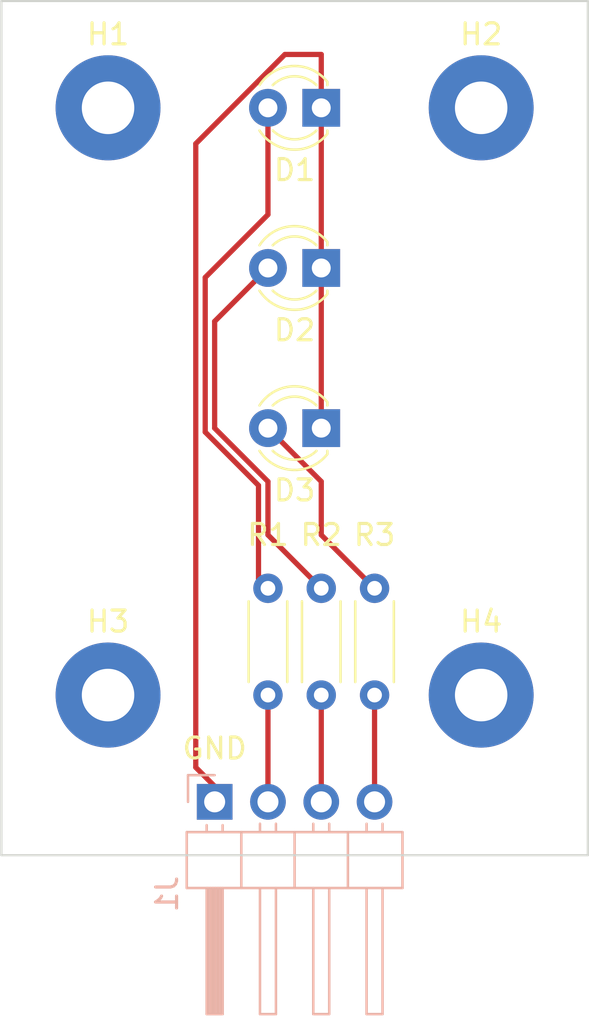
<source format=kicad_pcb>
(kicad_pcb (version 20211014) (generator pcbnew)
  (layers (0 "F.Cu" signal) (31 "B.Cu" signal) (34 "B.Paste" user) (35 "F.Paste" user) (36 "B.SilkS" user "B.Silkscreen") (37 "F.SilkS" user "F.Silkscreen") (38 "B.Mask" user) (39 "F.Mask" user) (44 "Edge.Cuts" user))
  (net 0 "")
  (net 1 "Net-(D1-Pad1)")
  (net 2 "Net-(D1-Pad2)")
  (net 3 "Net-(D2-Pad2)")
  (net 4 "Net-(D3-Pad2)")
  (net 5 "Net-(J1-Pad3)")
  (net 6 "Net-(R1-Pad2)")
  (net 7 "Net-(J1-Pad4)")
  (footprint "LED_THT:LED_D3.0mm" (layer "F.Cu") (at 157.48 83.82 180)
    (fp_text reference "D2" (at 1.27 -2.96) (layer "F.SilkS"))
    (fp_text value "LED")
    (fp_line (start -0.29 1.08) (end -0.29 1.236) (layer "F.SilkS") (width 0.12))
    (fp_line (start -0.29 -1.236) (end -0.29 -1.08) (layer "F.SilkS") (width 0.12))
    (fp_arc (start -0.29 -1.235516) (mid 1.366487 -1.987659) (end 2.942335 -1.078608) (layer "F.SilkS") (width 0.12))
    (fp_arc (start 0.229039 -1.08) (mid 1.270117 -1.5) (end 2.31113 -1.079837) (layer "F.SilkS") (width 0.12))
    (fp_arc (start 2.31113 1.079837) (mid 1.270117 1.5) (end 0.229039 1.08) (layer "F.SilkS") (width 0.12))
    (fp_arc (start 2.942335 1.078608) (mid 1.366487 1.987659) (end -0.29 1.235516) (layer "F.SilkS") (width 0.12))
    (pad "1" thru_hole rect (at 0 0 180) (size 1.8 1.8) (drill 0.9) (layers *.Cu *.Mask) (net 1 "Net-(D1-Pad1)"))
    (pad "2" thru_hole circle (at 2.54 0 180) (size 1.8 1.8) (drill 0.9) (layers *.Cu *.Mask) (net 3 "Net-(D2-Pad2)"))
  )
  (footprint "Resistor_THT:R_Axial_DIN0204_L3.6mm_D1.6mm_P5.08mm_Horizontal" (layer "F.Cu") (at 154.94 99.06 -90)
    (fp_text reference "R1" (at -2.54 0) (layer "F.SilkS"))
    (fp_text value "R")
    (fp_line (start 0.62 0.92) (end 4.46 0.92) (layer "F.SilkS") (width 0.12))
    (fp_line (start 0.62 -0.92) (end 4.46 -0.92) (layer "F.SilkS") (width 0.12))
    (pad "1" thru_hole circle (at 0 0 270) (size 1.4 1.4) (drill 0.7) (layers *.Cu *.Mask) (net 2 "Net-(D1-Pad2)"))
    (pad "2" thru_hole oval (at 5.08 0 270) (size 1.4 1.4) (drill 0.7) (layers *.Cu *.Mask) (net 6 "Net-(R1-Pad2)"))
  )
  (footprint "MountingHole:MountingHole_2.5mm_Pad" (layer "F.Cu") (at 165.1 76.2)
    (fp_text reference "H2" (at 0 -3.5) (layer "F.SilkS"))
    (fp_text value "MountingHole")
    (pad "1" thru_hole circle (at 0 0) (size 5 5) (drill 2.5) (layers *.Cu *.Mask))
  )
  (footprint "LED_THT:LED_D3.0mm" (layer "F.Cu") (at 157.48 91.44 180)
    (fp_text reference "D3" (at 1.27 -2.96) (layer "F.SilkS"))
    (fp_text value "LED")
    (fp_line (start -0.29 1.08) (end -0.29 1.236) (layer "F.SilkS") (width 0.12))
    (fp_line (start -0.29 -1.236) (end -0.29 -1.08) (layer "F.SilkS") (width 0.12))
    (fp_arc (start -0.29 -1.235516) (mid 1.366487 -1.987659) (end 2.942335 -1.078608) (layer "F.SilkS") (width 0.12))
    (fp_arc (start 0.229039 -1.08) (mid 1.270117 -1.5) (end 2.31113 -1.079837) (layer "F.SilkS") (width 0.12))
    (fp_arc (start 2.31113 1.079837) (mid 1.270117 1.5) (end 0.229039 1.08) (layer "F.SilkS") (width 0.12))
    (fp_arc (start 2.942335 1.078608) (mid 1.366487 1.987659) (end -0.29 1.235516) (layer "F.SilkS") (width 0.12))
    (pad "1" thru_hole rect (at 0 0 180) (size 1.8 1.8) (drill 0.9) (layers *.Cu *.Mask) (net 1 "Net-(D1-Pad1)"))
    (pad "2" thru_hole circle (at 2.54 0 180) (size 1.8 1.8) (drill 0.9) (layers *.Cu *.Mask) (net 4 "Net-(D3-Pad2)"))
  )
  (footprint "MountingHole:MountingHole_2.5mm_Pad" (layer "F.Cu") (at 147.32 104.14)
    (fp_text reference "H3" (at 0 -3.5) (layer "F.SilkS"))
    (fp_text value "MountingHole")
    (pad "1" thru_hole circle (at 0 0) (size 5 5) (drill 2.5) (layers *.Cu *.Mask))
  )
  (footprint "Resistor_THT:R_Axial_DIN0204_L3.6mm_D1.6mm_P5.08mm_Horizontal" (layer "F.Cu") (at 160.02 99.06 -90)
    (fp_text reference "R3" (at -2.54 0) (layer "F.SilkS"))
    (fp_text value "R")
    (fp_line (start 0.62 -0.92) (end 4.46 -0.92) (layer "F.SilkS") (width 0.12))
    (fp_line (start 0.62 0.92) (end 4.46 0.92) (layer "F.SilkS") (width 0.12))
    (pad "1" thru_hole circle (at 0 0 270) (size 1.4 1.4) (drill 0.7) (layers *.Cu *.Mask) (net 4 "Net-(D3-Pad2)"))
    (pad "2" thru_hole oval (at 5.08 0 270) (size 1.4 1.4) (drill 0.7) (layers *.Cu *.Mask) (net 7 "Net-(J1-Pad4)"))
  )
  (footprint "MountingHole:MountingHole_2.5mm_Pad" (layer "F.Cu") (at 147.32 76.2)
    (fp_text reference "H1" (at 0 -3.5) (layer "F.SilkS"))
    (fp_text value "MountingHole")
    (pad "1" thru_hole circle (at 0 0) (size 5 5) (drill 2.5) (layers *.Cu *.Mask))
  )
  (footprint "LED_THT:LED_D3.0mm" (layer "F.Cu") (at 157.48 76.2 180)
    (fp_text reference "D1" (at 1.27 -2.96) (layer "F.SilkS"))
    (fp_text value "LED")
    (fp_line (start -0.29 1.08) (end -0.29 1.236) (layer "F.SilkS") (width 0.12))
    (fp_line (start -0.29 -1.236) (end -0.29 -1.08) (layer "F.SilkS") (width 0.12))
    (fp_arc (start -0.29 -1.235516) (mid 1.366487 -1.987659) (end 2.942335 -1.078608) (layer "F.SilkS") (width 0.12))
    (fp_arc (start 0.229039 -1.08) (mid 1.270117 -1.5) (end 2.31113 -1.079837) (layer "F.SilkS") (width 0.12))
    (fp_arc (start 2.942335 1.078608) (mid 1.366487 1.987659) (end -0.29 1.235516) (layer "F.SilkS") (width 0.12))
    (fp_arc (start 2.31113 1.079837) (mid 1.270117 1.5) (end 0.229039 1.08) (layer "F.SilkS") (width 0.12))
    (pad "1" thru_hole rect (at 0 0 180) (size 1.8 1.8) (drill 0.9) (layers *.Cu *.Mask) (net 1 "Net-(D1-Pad1)"))
    (pad "2" thru_hole circle (at 2.54 0 180) (size 1.8 1.8) (drill 0.9) (layers *.Cu *.Mask) (net 2 "Net-(D1-Pad2)"))
  )
  (footprint "Resistor_THT:R_Axial_DIN0204_L3.6mm_D1.6mm_P5.08mm_Horizontal" (layer "F.Cu") (at 157.48 99.06 -90)
    (fp_text reference "R2" (at -2.54 0) (layer "F.SilkS"))
    (fp_text value "R")
    (fp_line (start 0.62 -0.92) (end 4.46 -0.92) (layer "F.SilkS") (width 0.12))
    (fp_line (start 0.62 0.92) (end 4.46 0.92) (layer "F.SilkS") (width 0.12))
    (pad "1" thru_hole circle (at 0 0 270) (size 1.4 1.4) (drill 0.7) (layers *.Cu *.Mask) (net 3 "Net-(D2-Pad2)"))
    (pad "2" thru_hole oval (at 5.08 0 270) (size 1.4 1.4) (drill 0.7) (layers *.Cu *.Mask) (net 5 "Net-(J1-Pad3)"))
  )
  (footprint "MountingHole:MountingHole_2.5mm_Pad" (layer "F.Cu") (at 165.1 104.14)
    (fp_text reference "H4" (at 0 -3.5) (layer "F.SilkS"))
    (fp_text value "MountingHole")
    (pad "1" thru_hole circle (at 0 0) (size 5 5) (drill 2.5) (layers *.Cu *.Mask))
  )
  (footprint "Connector_PinHeader_2.54mm:PinHeader_1x04_P2.54mm_Horizontal" (layer "B.Cu") (at 152.4 109.22 -90)
    (fp_text reference "J1" (at 4.385 2.27 90) (layer "B.SilkS") (effects (justify mirror)))
    (fp_text value "Conn_01x04")
    (fp_line (start 4.1 -0.16) (end 10.1 -0.16) (layer "B.SilkS") (width 0.12))
    (fp_line (start 1.44 -3.81) (end 4.1 -3.81) (layer "B.SilkS") (width 0.12))
    (fp_line (start 4.1 -2.16) (end 10.1 -2.16) (layer "B.SilkS") (width 0.12))
    (fp_line (start 10.1 -2.92) (end 4.1 -2.92) (layer "B.SilkS") (width 0.12))
    (fp_line (start 10.1 -0.38) (end 4.1 -0.38) (layer "B.SilkS") (width 0.12))
    (fp_line (start 4.1 1.33) (end 1.44 1.33) (layer "B.SilkS") (width 0.12))
    (fp_line (start 1.042929 -8) (end 1.44 -8) (layer "B.SilkS") (width 0.12))
    (fp_line (start -1.27 1.27) (end 0 1.27) (layer "B.SilkS") (width 0.12))
    (fp_line (start 1.11 -0.38) (end 1.44 -0.38) (layer "B.SilkS") (width 0.12))
    (fp_line (start 1.042929 -7.24) (end 1.44 -7.24) (layer "B.SilkS") (width 0.12))
    (fp_line (start 1.44 1.33) (end 1.44 -8.95) (layer "B.SilkS") (width 0.12))
    (fp_line (start 4.1 0.2) (end 10.1 0.2) (layer "B.SilkS") (width 0.12))
    (fp_line (start 4.1 0.38) (end 10.1 0.38) (layer "B.SilkS") (width 0.12))
    (fp_line (start 1.44 -1.27) (end 4.1 -1.27) (layer "B.SilkS") (width 0.12))
    (fp_line (start -1.27 0) (end -1.27 1.27) (layer "B.SilkS") (width 0.12))
    (fp_line (start 4.1 0.08) (end 10.1 0.08) (layer "B.SilkS") (width 0.12))
    (fp_line (start 4.1 -4.7) (end 10.1 -4.7) (layer "B.SilkS") (width 0.12))
    (fp_line (start 4.1 0.32) (end 10.1 0.32) (layer "B.SilkS") (width 0.12))
    (fp_line (start 1.44 -6.35) (end 4.1 -6.35) (layer "B.SilkS") (width 0.12))
    (fp_line (start 4.1 -0.04) (end 10.1 -0.04) (layer "B.SilkS") (width 0.12))
    (fp_line (start 1.11 0.38) (end 1.44 0.38) (layer "B.SilkS") (width 0.12))
    (fp_line (start 4.1 -0.28) (end 10.1 -0.28) (layer "B.SilkS") (width 0.12))
    (fp_line (start 4.1 -7.24) (end 10.1 -7.24) (layer "B.SilkS") (width 0.12))
    (fp_line (start 10.1 -2.16) (end 10.1 -2.92) (layer "B.SilkS") (width 0.12))
    (fp_line (start 1.042929 -4.7) (end 1.44 -4.7) (layer "B.SilkS") (width 0.12))
    (fp_line (start 1.042929 -2.16) (end 1.44 -2.16) (layer "B.SilkS") (width 0.12))
    (fp_line (start 4.1 -8.95) (end 4.1 1.33) (layer "B.SilkS") (width 0.12))
    (fp_line (start 10.1 -7.24) (end 10.1 -8) (layer "B.SilkS") (width 0.12))
    (fp_line (start 10.1 -5.46) (end 4.1 -5.46) (layer "B.SilkS") (width 0.12))
    (fp_line (start 1.042929 -2.92) (end 1.44 -2.92) (layer "B.SilkS") (width 0.12))
    (fp_line (start 1.44 -8.95) (end 4.1 -8.95) (layer "B.SilkS") (width 0.12))
    (fp_line (start 10.1 -8) (end 4.1 -8) (layer "B.SilkS") (width 0.12))
    (fp_line (start 10.1 0.38) (end 10.1 -0.38) (layer "B.SilkS") (width 0.12))
    (fp_line (start 1.042929 -5.46) (end 1.44 -5.46) (layer "B.SilkS") (width 0.12))
    (fp_line (start 10.1 -4.7) (end 10.1 -5.46) (layer "B.SilkS") (width 0.12))
    (pad "1" thru_hole rect (at 0 0 270) (size 1.7 1.7) (drill 1) (layers *.Cu *.Mask) (net 1 "Net-(D1-Pad1)"))
    (pad "2" thru_hole oval (at 0 -2.54 270) (size 1.7 1.7) (drill 1) (layers *.Cu *.Mask) (net 6 "Net-(R1-Pad2)"))
    (pad "3" thru_hole oval (at 0 -5.08 270) (size 1.7 1.7) (drill 1) (layers *.Cu *.Mask) (net 5 "Net-(J1-Pad3)"))
    (pad "4" thru_hole oval (at 0 -7.62 270) (size 1.7 1.7) (drill 1) (layers *.Cu *.Mask) (net 7 "Net-(J1-Pad4)"))
  )
  (gr_line (start 142.24 71.12) (end 170.18 71.12) (layer "Edge.Cuts") (width 0.1))
  (gr_line (start 170.18 111.76) (end 142.24 111.76) (layer "Edge.Cuts") (width 0.1))
  (gr_line (start 170.18 71.12) (end 170.18 111.76) (layer "Edge.Cuts") (width 0.1))
  (gr_line (start 142.24 111.76) (end 142.24 71.12) (layer "Edge.Cuts") (width 0.1))
  (gr_text "GND" (at 152.4 106.68) (layer "F.SilkS") (effects (font (size 1 1))))
  (segment (start 157.48 83.82) (end 157.48 91.44) (width 0.25) (layer "F.Cu") (net 1))
  (segment (start 152.4 109.22) (end 152.4 108.48) (width 0.25) (layer "F.Cu") (net 1))
  (segment (start 155.747588 73.66) (end 157.48 73.66) (width 0.25) (layer "F.Cu") (net 1))
  (segment (start 157.48 73.66) (end 157.48 76.2) (width 0.25) (layer "F.Cu") (net 1))
  (segment (start 151.5 77.907588) (end 155.747588 73.66) (width 0.25) (layer "F.Cu") (net 1))
  (segment (start 151.5 107.58) (end 151.5 77.907588) (width 0.25) (layer "F.Cu") (net 1))
  (segment (start 157.48 76.2) (end 157.48 83.82) (width 0.25) (layer "F.Cu") (net 1))
  (segment (start 152.4 108.48) (end 151.5 107.58) (width 0.25) (layer "F.Cu") (net 1))
  (segment (start 154.49 98.61) (end 154.49 94.166396) (width 0.25) (layer "F.Cu") (net 2))
  (segment (start 154.94 99.06) (end 154.49 98.61) (width 0.25) (layer "F.Cu") (net 2))
  (segment (start 154.49 94.166396) (end 151.95 91.626396) (width 0.25) (layer "F.Cu") (net 2))
  (segment (start 151.95 84.27) (end 154.94 81.28) (width 0.25) (layer "F.Cu") (net 2))
  (segment (start 151.95 91.626396) (end 151.95 84.27) (width 0.25) (layer "F.Cu") (net 2))
  (segment (start 154.94 81.28) (end 154.94 76.2) (width 0.25) (layer "F.Cu") (net 2))
  (segment (start 152.4 86.36) (end 154.94 83.82) (width 0.25) (layer "F.Cu") (net 3))
  (segment (start 154.94 93.98) (end 152.4 91.44) (width 0.25) (layer "F.Cu") (net 3))
  (segment (start 157.48 99.06) (end 154.94 96.52) (width 0.25) (layer "F.Cu") (net 3))
  (segment (start 152.4 91.44) (end 152.4 86.36) (width 0.25) (layer "F.Cu") (net 3))
  (segment (start 154.94 96.52) (end 154.94 93.98) (width 0.25) (layer "F.Cu") (net 3))
  (segment (start 157.48 96.52) (end 157.48 93.98) (width 0.25) (layer "F.Cu") (net 4))
  (segment (start 157.48 93.98) (end 154.94 91.44) (width 0.25) (layer "F.Cu") (net 4))
  (segment (start 160.02 99.06) (end 157.48 96.52) (width 0.25) (layer "F.Cu") (net 4))
  (segment (start 157.48 109.22) (end 157.48 104.14) (width 0.25) (layer "F.Cu") (net 5))
  (segment (start 154.94 109.22) (end 154.94 104.14) (width 0.25) (layer "F.Cu") (net 6))
  (segment (start 160.02 109.22) (end 160.02 104.14) (width 0.25) (layer "F.Cu") (net 7))
)
</source>
